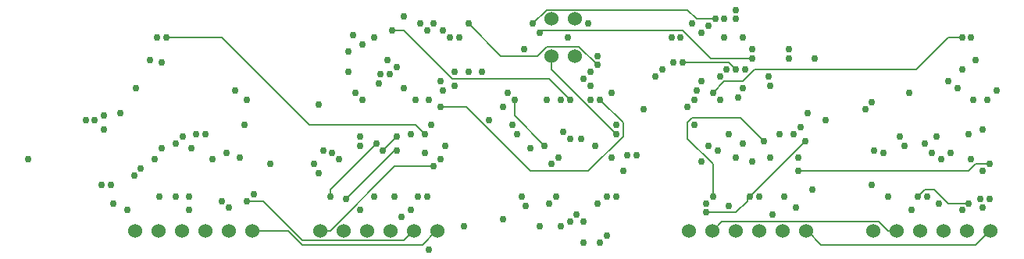
<source format=gbr>
G04 EAGLE Gerber RS-274X export*
G75*
%MOMM*%
%FSLAX34Y34*%
%LPD*%
%INCopper Layer 15*%
%IPPOS*%
%AMOC8*
5,1,8,0,0,1.08239X$1,22.5*%
G01*
%ADD10C,1.524000*%
%ADD11C,0.152400*%
%ADD12C,0.756400*%


D10*
X936500Y40000D03*
X961900Y40000D03*
X987300Y40000D03*
X1012700Y40000D03*
X1038100Y40000D03*
X1063500Y40000D03*
X587300Y230000D03*
X612700Y230000D03*
X587300Y270000D03*
X612700Y270000D03*
X336500Y40000D03*
X361900Y40000D03*
X387300Y40000D03*
X412700Y40000D03*
X438100Y40000D03*
X463500Y40000D03*
X136500Y40000D03*
X161900Y40000D03*
X187300Y40000D03*
X212700Y40000D03*
X238100Y40000D03*
X263500Y40000D03*
X736500Y40000D03*
X761900Y40000D03*
X787300Y40000D03*
X812700Y40000D03*
X838100Y40000D03*
X863500Y40000D03*
D11*
X865000Y40000D02*
X880000Y25000D01*
X1047500Y25000D01*
X1062500Y40000D01*
X865000Y40000D02*
X863500Y40000D01*
X1062500Y40000D02*
X1063500Y40000D01*
X302500Y40000D02*
X263500Y40000D01*
X302500Y40000D02*
X317500Y25000D01*
X447500Y25000D01*
X462500Y40000D01*
X463500Y40000D01*
D12*
X840000Y77500D03*
X1062500Y75000D03*
X265000Y80000D03*
X467500Y117500D03*
X657500Y77500D03*
X647500Y35000D03*
D11*
X275000Y72500D02*
X257500Y72500D01*
X275000Y72500D02*
X317500Y30000D01*
X427500Y30000D01*
X437500Y40000D01*
X438100Y40000D01*
D12*
X870000Y85000D03*
X257500Y72500D03*
X202500Y145000D03*
X357500Y117500D03*
X157500Y117500D03*
X237500Y65000D03*
X20000Y117500D03*
X255000Y155000D03*
X457500Y155000D03*
X535000Y175000D03*
X657500Y155000D03*
X587500Y112500D03*
X620000Y140000D03*
X742500Y155000D03*
X555000Y77500D03*
X1055000Y150000D03*
X1060000Y182500D03*
X1042500Y117500D03*
X857500Y152500D03*
X812500Y77500D03*
X1010000Y117500D03*
X755000Y70000D03*
X442500Y77500D03*
X665000Y105000D03*
X680000Y122500D03*
X195000Y77500D03*
X110000Y90000D03*
X187500Y142500D03*
X102500Y165000D03*
X250000Y120000D03*
X120000Y167500D03*
X180000Y77500D03*
X112500Y70000D03*
X230000Y72500D03*
X92500Y160000D03*
X180000Y135000D03*
X235000Y125000D03*
X82500Y160000D03*
X165000Y130000D03*
X220000Y117500D03*
X212500Y145000D03*
X197500Y130000D03*
X102500Y150000D03*
X162500Y77500D03*
X100000Y90000D03*
X282500Y112500D03*
X137500Y195000D03*
X195000Y62500D03*
X127500Y62500D03*
X395000Y77500D03*
X452500Y77500D03*
X380000Y142500D03*
X450000Y125000D03*
X340000Y127500D03*
X380000Y62500D03*
X435000Y62500D03*
X380000Y132500D03*
X425000Y55000D03*
D11*
X365000Y75000D02*
X417500Y127500D01*
X420000Y127500D01*
D12*
X420000Y127500D03*
X365000Y75000D03*
X335000Y177500D03*
X417500Y77500D03*
D11*
X405000Y127500D02*
X420000Y142500D01*
D12*
X420000Y142500D03*
X405000Y127500D03*
X350000Y125000D03*
D11*
X347500Y85000D02*
X347500Y77500D01*
X347500Y85000D02*
X397500Y135000D01*
D12*
X397500Y135000D03*
X347500Y77500D03*
X595000Y120000D03*
X652500Y120000D03*
X550000Y145000D03*
X592500Y77500D03*
X647500Y77500D03*
D11*
X547500Y165000D02*
X547500Y182500D01*
X547500Y165000D02*
X580000Y132500D01*
D12*
X547500Y182500D03*
X580000Y132500D03*
X635000Y132500D03*
X600000Y147500D03*
X585000Y70000D03*
X637500Y70000D03*
X565000Y130000D03*
X622500Y50000D03*
X622500Y27500D03*
X670000Y122500D03*
X615000Y57500D03*
X560000Y67500D03*
X540000Y190000D03*
X607500Y50000D03*
X535000Y52500D03*
X687500Y172500D03*
X575000Y45000D03*
X597500Y45000D03*
X852500Y65000D03*
X795000Y135000D03*
X787500Y120000D03*
X855000Y120000D03*
X780000Y145000D03*
X850000Y145000D03*
X885000Y160000D03*
X827500Y57500D03*
X780000Y67500D03*
X865000Y167500D03*
X825000Y120000D03*
X767500Y127500D03*
D11*
X762500Y112500D02*
X762500Y77500D01*
X762500Y112500D02*
X735000Y140000D01*
X735000Y157500D01*
X740000Y162500D01*
X792500Y162500D01*
X817500Y137500D01*
D12*
X817500Y137500D03*
X762500Y77500D03*
X835000Y145000D03*
X805000Y115000D03*
X750000Y115000D03*
D11*
X800000Y75000D02*
X802500Y77500D01*
X862500Y137500D01*
X800000Y75000D02*
X800000Y72500D01*
X787500Y60000D01*
X755000Y60000D01*
D12*
X862500Y137500D03*
X755000Y60000D03*
X802500Y77500D03*
X1055000Y105000D03*
X1005000Y142500D03*
X947500Y125000D03*
X1000000Y125000D03*
X1045000Y182500D03*
X1007500Y70000D03*
X952500Y77500D03*
X965000Y142500D03*
X1020000Y125000D03*
X935000Y180000D03*
X970000Y132500D03*
X927500Y172500D03*
X977500Y62500D03*
X1032500Y62500D03*
D11*
X1040000Y70000D02*
X1017500Y70000D01*
X1002500Y85000D01*
X992500Y85000D01*
X985000Y77500D01*
D12*
X937500Y127500D03*
X985000Y77500D03*
X1040000Y70000D03*
X1070000Y192500D03*
X992500Y135000D03*
X995000Y77500D03*
X1052500Y75000D03*
X805000Y237500D03*
X637500Y230000D03*
X597500Y182500D03*
X795000Y250000D03*
X630000Y212500D03*
X787500Y270000D03*
X627500Y265000D03*
X582500Y182500D03*
X775000Y270000D03*
X605000Y250000D03*
D11*
X760000Y227500D02*
X805000Y227500D01*
X760000Y227500D02*
X730000Y257500D01*
X577500Y257500D01*
X575000Y255000D01*
D12*
X805000Y227500D03*
X575000Y255000D03*
X775000Y250000D03*
X557500Y237500D03*
D11*
X745000Y270000D02*
X765000Y270000D01*
X745000Y270000D02*
X735000Y280000D01*
X582500Y280000D01*
X567500Y265000D01*
D12*
X765000Y270000D03*
X567500Y265000D03*
X745000Y192500D03*
X545000Y155000D03*
X872500Y227500D03*
X142500Y107500D03*
X330000Y112500D03*
X492500Y45000D03*
D11*
X657500Y145000D02*
X587500Y215000D01*
X587500Y230000D01*
X587300Y230000D01*
X1047500Y112500D02*
X1062500Y112500D01*
X1047500Y112500D02*
X1040000Y105000D01*
X855000Y105000D01*
D12*
X472500Y132500D03*
X657500Y145000D03*
X855000Y105000D03*
X1062500Y112500D03*
D11*
X961900Y40000D02*
X952500Y40000D01*
X942500Y50000D01*
X772500Y50000D01*
X762500Y40000D01*
X761900Y40000D01*
D12*
X1027500Y195000D03*
X975000Y190000D03*
X640000Y27500D03*
X455000Y20000D03*
D11*
X347500Y40000D02*
X336500Y40000D01*
X347500Y40000D02*
X417500Y110000D01*
X460000Y110000D01*
D12*
X135000Y100000D03*
X335000Y102500D03*
X1055000Y65000D03*
X935000Y90000D03*
X460000Y110000D03*
X245000Y192500D03*
X257500Y182500D03*
D11*
X230000Y250000D02*
X170000Y250000D01*
X230000Y250000D02*
X325000Y155000D01*
X440000Y155000D01*
X450000Y145000D01*
D12*
X170000Y250000D03*
X450000Y145000D03*
X160000Y250000D03*
X440000Y182500D03*
X165000Y222500D03*
X435000Y145000D03*
X152500Y225000D03*
X427500Y195000D03*
X497500Y212500D03*
X455000Y182500D03*
X487500Y250000D03*
X412500Y210000D03*
X482500Y197500D03*
X402500Y210000D03*
X482500Y212500D03*
X400000Y200000D03*
X477500Y250000D03*
X395000Y250000D03*
X470000Y257500D03*
X382500Y242500D03*
X467500Y202500D03*
X382500Y182500D03*
X470000Y192500D03*
X375000Y190000D03*
X460000Y265000D03*
X372500Y252500D03*
X452500Y257500D03*
X367500Y212500D03*
X445000Y265000D03*
X367500Y235000D03*
X512500Y212500D03*
X652500Y190000D03*
D11*
X532500Y230000D02*
X497500Y265000D01*
X532500Y230000D02*
X572500Y230000D01*
X582500Y240000D01*
X617500Y240000D01*
X637500Y220000D01*
D12*
X497500Y265000D03*
X637500Y220000D03*
D11*
X495000Y175000D02*
X467500Y175000D01*
X495000Y175000D02*
X565000Y105000D01*
X627500Y105000D01*
X665000Y142500D01*
X665000Y157500D01*
X640000Y182500D01*
D12*
X467500Y175000D03*
X640000Y182500D03*
X427500Y272500D03*
X630000Y182500D03*
X420000Y217500D03*
X630000Y197500D03*
X410000Y225000D03*
X622500Y205000D03*
D11*
X427500Y257500D02*
X415000Y257500D01*
X427500Y257500D02*
X480000Y205000D01*
X585000Y205000D01*
X607500Y182500D01*
D12*
X415000Y257500D03*
X607500Y182500D03*
X520000Y160000D03*
X607500Y140000D03*
X757500Y262500D03*
X845000Y237500D03*
X750000Y255000D03*
X845000Y227500D03*
X750000Y202500D03*
X825000Y197500D03*
X735000Y175000D03*
X822500Y207500D03*
X740000Y265000D03*
X787500Y280000D03*
X727500Y250000D03*
X797500Y215000D03*
D11*
X780000Y222500D02*
X730000Y222500D01*
X780000Y222500D02*
X787500Y215000D01*
D12*
X730000Y222500D03*
X787500Y215000D03*
X717500Y250000D03*
X795000Y195000D03*
X720000Y222500D03*
X790000Y185000D03*
X707500Y215000D03*
X777500Y215000D03*
X700000Y207500D03*
X770000Y207500D03*
X1047500Y225000D03*
X770000Y182500D03*
X1042500Y250000D03*
X757500Y132500D03*
D11*
X1017500Y250000D02*
X1032500Y250000D01*
X1017500Y250000D02*
X982500Y215000D01*
X807500Y215000D01*
X795000Y202500D01*
X775000Y202500D01*
X762500Y190000D01*
D12*
X1032500Y250000D03*
X762500Y190000D03*
X1032500Y215000D03*
X742500Y182500D03*
X1017500Y202500D03*
X1040000Y145000D03*
M02*

</source>
